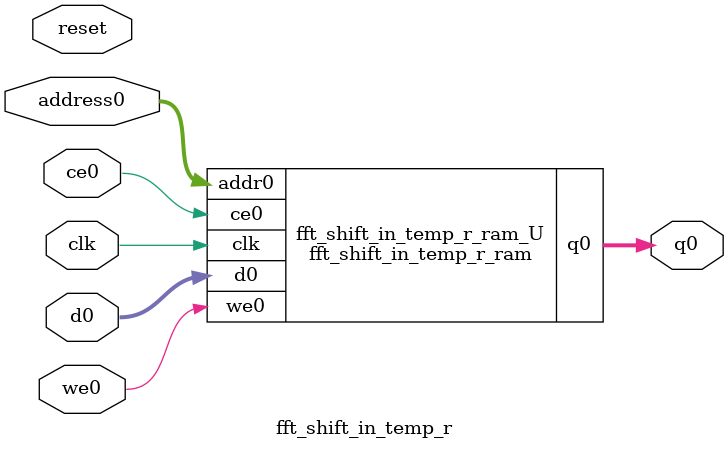
<source format=v>
`timescale 1 ns / 1 ps
module fft_shift_in_temp_r_ram (addr0, ce0, d0, we0, q0,  clk);

parameter DWIDTH = 32;
parameter AWIDTH = 7;
parameter MEM_SIZE = 128;

input[AWIDTH-1:0] addr0;
input ce0;
input[DWIDTH-1:0] d0;
input we0;
output reg[DWIDTH-1:0] q0;
input clk;

reg [DWIDTH-1:0] ram[0:MEM_SIZE-1];




always @(posedge clk)  
begin 
    if (ce0) begin
        if (we0) 
            ram[addr0] <= d0; 
        q0 <= ram[addr0];
    end
end


endmodule

`timescale 1 ns / 1 ps
module fft_shift_in_temp_r(
    reset,
    clk,
    address0,
    ce0,
    we0,
    d0,
    q0);

parameter DataWidth = 32'd32;
parameter AddressRange = 32'd128;
parameter AddressWidth = 32'd7;
input reset;
input clk;
input[AddressWidth - 1:0] address0;
input ce0;
input we0;
input[DataWidth - 1:0] d0;
output[DataWidth - 1:0] q0;



fft_shift_in_temp_r_ram fft_shift_in_temp_r_ram_U(
    .clk( clk ),
    .addr0( address0 ),
    .ce0( ce0 ),
    .we0( we0 ),
    .d0( d0 ),
    .q0( q0 ));

endmodule


</source>
